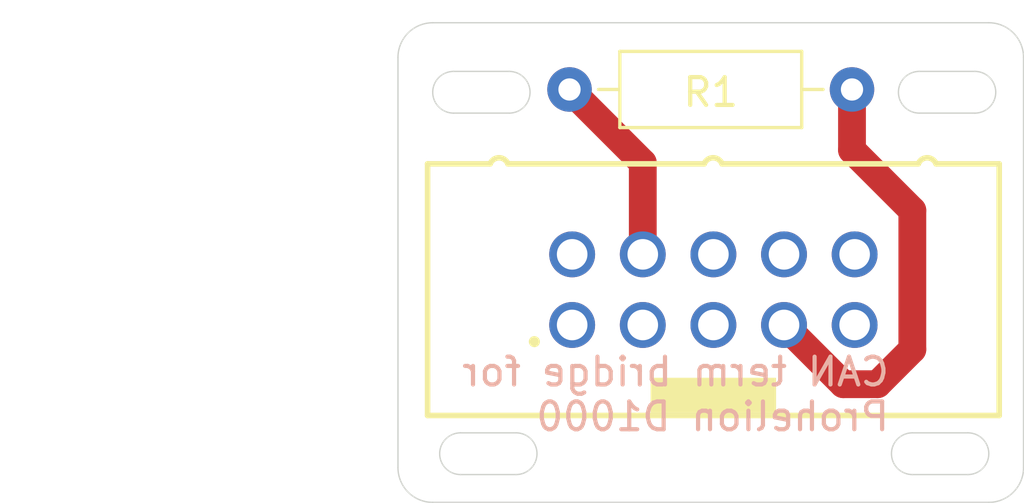
<source format=kicad_pcb>
(kicad_pcb (version 20240108) (generator "pcbnew") (generator_version "8.0")
  (layers (0 "F.Cu" signal) (31 "B.Cu" signal) (34 "B.Paste" user) (35 "F.Paste" user) (36 "B.SilkS" user "B.Silkscreen") (37 "F.SilkS" user "F.Silkscreen") (38 "B.Mask" user) (39 "F.Mask" user) (44 "Edge.Cuts" user))
  (net 0 "")
  (net 1 "Net-(J1-Pad7)")
  (net 7 "Net-(J1-Pad4)")
  (footprint "Resistor_THT:R_Axial_DIN0207_L6.3mm_D2.5mm_P10.16mm_Horizontal" (layer "F.Cu") (at 133.08 76.4 180)
    (property "Reference" "R1" (at 5.08 -0.1 0) (layer "F.SilkS"))
    (property "Value" "120")
    (fp_line (start 9.12 0) (end 8.35 0) (stroke (width 0.12)) (layer "F.SilkS"))
    (fp_line (start 8.35 1.37) (end 8.35 -1.37) (stroke (width 0.12)) (layer "F.SilkS"))
    (fp_line (start 8.35 -1.37) (end 1.81 -1.37) (stroke (width 0.12)) (layer "F.SilkS"))
    (fp_line (start 1.81 1.37) (end 8.35 1.37) (stroke (width 0.12)) (layer "F.SilkS"))
    (fp_line (start 1.81 -1.37) (end 1.81 1.37) (stroke (width 0.12)) (layer "F.SilkS"))
    (fp_line (start 1.04 0) (end 1.81 0) (stroke (width 0.12)) (layer "F.SilkS"))
    (pad "1" thru_hole circle (at 0 0 180) (size 1.6 1.6) (drill 0.8) (layers "*.Cu" "*.Mask") (net 1 "Net-(J1-Pad7)"))
    (pad "2" thru_hole oval (at 10.16 0 180) (size 1.6 1.6) (drill 0.8) (layers "*.Cu" "*.Mask") (net 7 "Net-(J1-Pad4)"))
  )
  (footprint "6120XX21621_61201021621:61201021621" (layer "F.Cu") (at 128.095 83.6)
    (property "Reference" "J1" (hide yes))
    (property "Value" "6120XX21621_61201021621")
    (property "VALUE" "61201021621" (hide yes))
    (fp_line (start -10.28 -4.525) (end -10.28 4.525) (stroke (width 0.2)) (layer "F.SilkS"))
    (fp_line (start -10.28 4.525) (end 10.28 4.525) (stroke (width 0.2)) (layer "F.SilkS"))
    (fp_line (start -8.03 -4.525) (end -10.28 -4.525) (stroke (width 0.2)) (layer "F.SilkS"))
    (fp_line (start -0.33 -4.525) (end -7.39 -4.525) (stroke (width 0.2)) (layer "F.SilkS"))
    (fp_line (start 7.37 -4.525) (end 0.31 -4.525) (stroke (width 0.2)) (layer "F.SilkS"))
    (fp_line (start 8.01 -4.525) (end 10.28 -4.525) (stroke (width 0.2)) (layer "F.SilkS"))
    (fp_line (start 10.28 4.525) (end 10.28 -4.525) (stroke (width 0.2)) (layer "F.SilkS"))
    (fp_arc (start -8.03 -4.525) (mid -7.71 -4.743547) (end -7.39 -4.525) (stroke (width 0.2)) (layer "F.SilkS"))
    (fp_arc (start -0.33 -4.525) (mid -0.01 -4.743547) (end 0.31 -4.525) (stroke (width 0.2)) (layer "F.SilkS"))
    (fp_arc (start 7.37 -4.525) (mid 7.69 -4.743547) (end 8.01 -4.525) (stroke (width 0.2)) (layer "F.SilkS"))
    (fp_circle (center -6.44 1.87) (end -6.34 1.87) (stroke (width 0.2)) (fill none) (layer "F.SilkS"))
    (fp_poly (pts (xy -2.25 3.175) (xy 2.25 3.175) (xy 2.25 4.425) (xy -2.25 4.425)) (stroke (width 0.01)) (fill solid) (layer "F.SilkS"))
    (pad "1" thru_hole circle (at -5.08 1.27) (size 1.65 1.65) (drill 1.1) (layers "*.Cu" "*.Mask"))
    (pad "2" thru_hole circle (at -5.08 -1.27) (size 1.65 1.65) (drill 1.1) (layers "*.Cu" "*.Mask"))
    (pad "3" thru_hole circle (at -2.54 1.27) (size 1.65 1.65) (drill 1.1) (layers "*.Cu" "*.Mask"))
    (pad "4" thru_hole circle (at -2.54 -1.27) (size 1.65 1.65) (drill 1.1) (layers "*.Cu" "*.Mask") (net 7 "Net-(J1-Pad4)"))
    (pad "5" thru_hole circle (at 0 1.27) (size 1.65 1.65) (drill 1.1) (layers "*.Cu" "*.Mask"))
    (pad "6" thru_hole circle (at 0 -1.27) (size 1.65 1.65) (drill 1.1) (layers "*.Cu" "*.Mask"))
    (pad "7" thru_hole circle (at 2.54 1.27) (size 1.65 1.65) (drill 1.1) (layers "*.Cu" "*.Mask") (net 1 "Net-(J1-Pad7)"))
    (pad "8" thru_hole circle (at 2.54 -1.27) (size 1.65 1.65) (drill 1.1) (layers "*.Cu" "*.Mask"))
    (pad "9" thru_hole circle (at 5.08 1.27) (size 1.65 1.65) (drill 1.1) (layers "*.Cu" "*.Mask"))
    (pad "10" thru_hole circle (at 5.08 -1.27) (size 1.65 1.65) (drill 1.1) (layers "*.Cu" "*.Mask"))
  )
  (gr_line (start 118 74) (end 138 74) (stroke (width 0.05)) (layer "Edge.Cuts"))
  (gr_arc (start 119 90.25) (mid 118.25 89.5) (end 119 88.75) (stroke (width 0.05)) (layer "Edge.Cuts"))
  (gr_arc (start 135.25 90.25) (mid 134.5 89.5) (end 135.25 88.75) (stroke (width 0.05)) (layer "Edge.Cuts"))
  (gr_arc (start 116.75 75.25) (mid 117.116117 74.366117) (end 118 74) (stroke (width 0.05)) (layer "Edge.Cuts"))
  (gr_line (start 119 88.75) (end 121 88.75) (stroke (width 0.05)) (layer "Edge.Cuts"))
  (gr_arc (start 138 74) (mid 138.883883 74.366117) (end 139.25 75.25) (stroke (width 0.05)) (layer "Edge.Cuts"))
  (gr_arc (start 120.75 75.75) (mid 121.5 76.5) (end 120.75 77.25) (stroke (width 0.05)) (layer "Edge.Cuts"))
  (gr_line (start 135.5 75.75) (end 137.5 75.75) (stroke (width 0.05)) (layer "Edge.Cuts"))
  (gr_line (start 139.25 75.25) (end 139.25 90) (stroke (width 0.05)) (layer "Edge.Cuts"))
  (gr_line (start 116.75 90) (end 116.75 75.25) (stroke (width 0.05)) (layer "Edge.Cuts"))
  (gr_arc (start 137.5 75.75) (mid 138.25 76.5) (end 137.5 77.25) (stroke (width 0.05)) (layer "Edge.Cuts"))
  (gr_arc (start 139.25 90) (mid 138.883883 90.883883) (end 138 91.25) (stroke (width 0.05)) (layer "Edge.Cuts"))
  (gr_line (start 119 90.25) (end 121 90.25) (stroke (width 0.05)) (layer "Edge.Cuts"))
  (gr_line (start 138 91.25) (end 118 91.25) (stroke (width 0.05)) (layer "Edge.Cuts"))
  (gr_arc (start 118 91.25) (mid 117.116117 90.883883) (end 116.75 90) (stroke (width 0.05)) (layer "Edge.Cuts"))
  (gr_line (start 135.25 88.75) (end 137.25 88.75) (stroke (width 0.05)) (layer "Edge.Cuts"))
  (gr_line (start 135.5 77.25) (end 137.5 77.25) (stroke (width 0.05)) (layer "Edge.Cuts"))
  (gr_arc (start 121 88.75) (mid 121.75 89.5) (end 121 90.25) (stroke (width 0.05)) (layer "Edge.Cuts"))
  (gr_line (start 118.75 75.75) (end 120.75 75.75) (stroke (width 0.05)) (layer "Edge.Cuts"))
  (gr_line (start 118.75 77.25) (end 120.75 77.25) (stroke (width 0.05)) (layer "Edge.Cuts"))
  (gr_arc (start 137.25 88.75) (mid 138 89.5) (end 137.25 90.25) (stroke (width 0.05)) (layer "Edge.Cuts"))
  (gr_arc (start 118.75 77.25) (mid 118 76.5) (end 118.75 75.75) (stroke (width 0.05)) (layer "Edge.Cuts"))
  (gr_arc (start 135.5 77.25) (mid 134.75 76.5) (end 135.5 75.75) (stroke (width 0.05)) (layer "Edge.Cuts"))
  (gr_line (start 135.25 90.25) (end 137.25 90.25) (stroke (width 0.05)) (layer "Edge.Cuts"))
  (gr_text "CAN term bridge for \nProhelion D1000" (at 134.5 88.75 -0) (layer "B.SilkS") (effects (font (size 1 1)) (justify left bottom mirror)))
  (segment (start 135.25 80.75) (end 133.08 78.58) (width 1) (layer "F.Cu") (net 1))
  (segment (start 130.635 84.87) (end 132.765 87) (width 1) (layer "F.Cu") (net 1))
  (segment (start 132.765 87) (end 134 87) (width 1) (layer "F.Cu") (net 1))
  (segment (start 135.25 85.75) (end 135.25 80.75) (width 1) (layer "F.Cu") (net 1))
  (segment (start 133.08 78.58) (end 133.08 76.4) (width 1) (layer "F.Cu") (net 1))
  (segment (start 134 87) (end 135.25 85.75) (width 1) (layer "F.Cu") (net 1))
  (segment (start 125.555 79.035) (end 125.555 82.33) (width 1) (layer "F.Cu") (net 7))
  (segment (start 122.92 76.4) (end 125.555 79.035) (width 1) (layer "F.Cu") (net 7))
)
</source>
